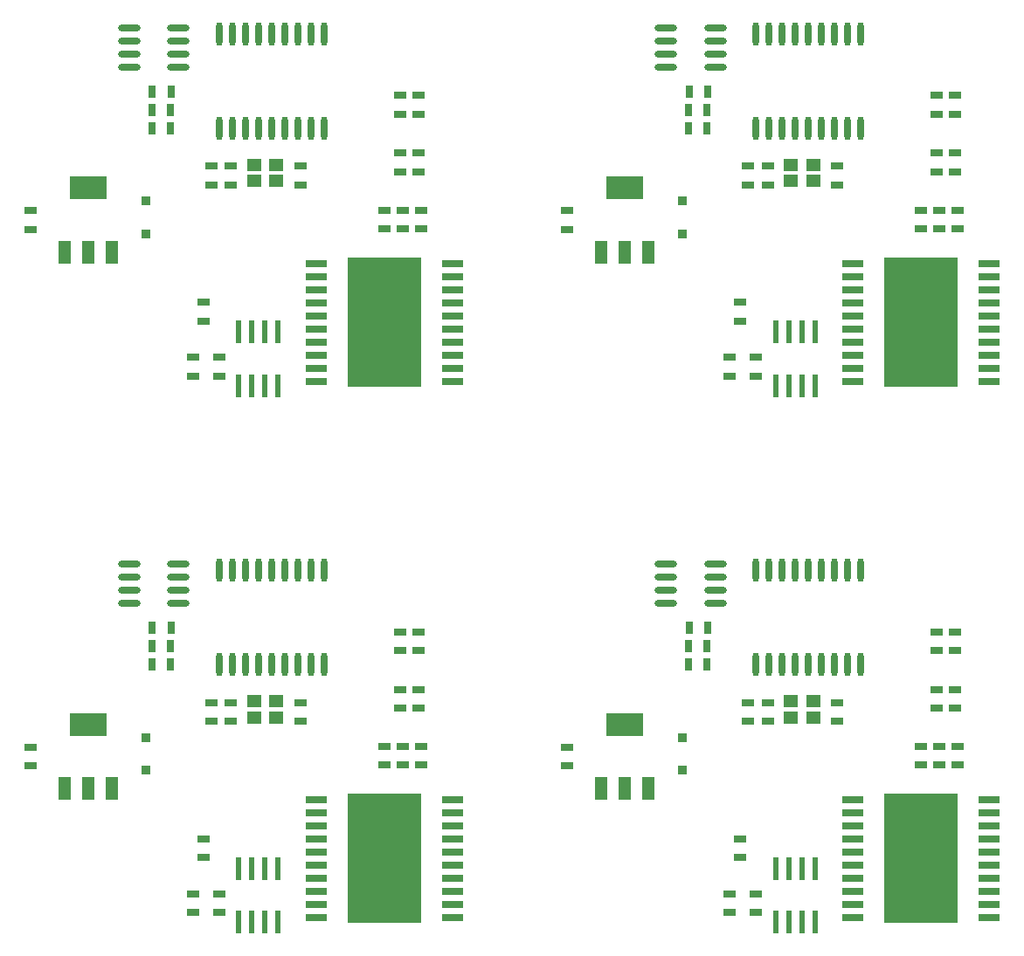
<source format=gbp>
G04 Layer_Color=128*
%FSLAX25Y25*%
%MOIN*%
G70*
G01*
G75*
%ADD11R,0.04724X0.03150*%
%ADD12R,0.03740X0.03543*%
%ADD23R,0.05512X0.04724*%
%ADD31R,0.03150X0.04724*%
%ADD51O,0.02362X0.09055*%
%ADD52O,0.08661X0.02362*%
%ADD53R,0.04800X0.08800*%
%ADD54R,0.14173X0.08661*%
%ADD55R,0.28346X0.49606*%
%ADD56R,0.07874X0.02756*%
%ADD57R,0.02362X0.08661*%
D11*
X196891Y463758D02*
D03*
Y470844D02*
D03*
X130891Y505844D02*
D03*
Y498758D02*
D03*
X271890Y542758D02*
D03*
Y549844D02*
D03*
X192891Y442758D02*
D03*
Y449844D02*
D03*
X202891Y442758D02*
D03*
Y449844D02*
D03*
X278890Y527844D02*
D03*
Y520758D02*
D03*
X233891Y515758D02*
D03*
Y522844D02*
D03*
X207390D02*
D03*
Y515758D02*
D03*
X199891D02*
D03*
Y522844D02*
D03*
X265891Y499015D02*
D03*
Y506101D02*
D03*
X272890Y499015D02*
D03*
Y506101D02*
D03*
X279890Y499015D02*
D03*
Y506101D02*
D03*
X271890Y527844D02*
D03*
Y520758D02*
D03*
X278890Y549844D02*
D03*
Y542758D02*
D03*
X401615Y463758D02*
D03*
Y470844D02*
D03*
X335615Y505844D02*
D03*
Y498758D02*
D03*
X476615Y542758D02*
D03*
Y549844D02*
D03*
X397615Y442758D02*
D03*
Y449844D02*
D03*
X407615Y442758D02*
D03*
Y449844D02*
D03*
X483615Y527844D02*
D03*
Y520758D02*
D03*
X438615Y515758D02*
D03*
Y522844D02*
D03*
X412115D02*
D03*
Y515758D02*
D03*
X404615D02*
D03*
Y522844D02*
D03*
X470615Y499015D02*
D03*
Y506101D02*
D03*
X477615Y499015D02*
D03*
Y506101D02*
D03*
X484615Y499015D02*
D03*
Y506101D02*
D03*
X476615Y527844D02*
D03*
Y520758D02*
D03*
X483615Y549844D02*
D03*
Y542758D02*
D03*
X196891Y668482D02*
D03*
Y675568D02*
D03*
X130891Y710568D02*
D03*
Y703482D02*
D03*
X271890Y747482D02*
D03*
Y754568D02*
D03*
X192891Y647482D02*
D03*
Y654568D02*
D03*
X202891Y647482D02*
D03*
Y654568D02*
D03*
X278890Y732568D02*
D03*
Y725482D02*
D03*
X233891Y720482D02*
D03*
Y727568D02*
D03*
X207390D02*
D03*
Y720482D02*
D03*
X199891D02*
D03*
Y727568D02*
D03*
X265891Y703739D02*
D03*
Y710825D02*
D03*
X272890Y703739D02*
D03*
Y710825D02*
D03*
X279890Y703739D02*
D03*
Y710825D02*
D03*
X271890Y732568D02*
D03*
Y725482D02*
D03*
X278890Y754568D02*
D03*
Y747482D02*
D03*
X401615Y668482D02*
D03*
Y675568D02*
D03*
X335615Y710568D02*
D03*
Y703482D02*
D03*
X476615Y747482D02*
D03*
Y754568D02*
D03*
X397615Y647482D02*
D03*
Y654568D02*
D03*
X407615Y647482D02*
D03*
Y654568D02*
D03*
X483615Y732568D02*
D03*
Y725482D02*
D03*
X438615Y720482D02*
D03*
Y727568D02*
D03*
X412115D02*
D03*
Y720482D02*
D03*
X404615D02*
D03*
Y727568D02*
D03*
X470615Y703739D02*
D03*
Y710825D02*
D03*
X477615Y703739D02*
D03*
Y710825D02*
D03*
X484615Y703739D02*
D03*
Y710825D02*
D03*
X476615Y732568D02*
D03*
Y725482D02*
D03*
X483615Y754568D02*
D03*
Y747482D02*
D03*
D12*
X174891Y509502D02*
D03*
Y497100D02*
D03*
X379615Y509502D02*
D03*
Y497100D02*
D03*
X174891Y714226D02*
D03*
Y701824D02*
D03*
X379615Y714226D02*
D03*
Y701824D02*
D03*
D23*
X224721Y517151D02*
D03*
Y523450D02*
D03*
X216060Y517151D02*
D03*
Y523450D02*
D03*
X429446Y517151D02*
D03*
Y523450D02*
D03*
X420784Y517151D02*
D03*
Y523450D02*
D03*
X224721Y721876D02*
D03*
Y728175D02*
D03*
X216060Y721876D02*
D03*
Y728175D02*
D03*
X429446Y721876D02*
D03*
Y728175D02*
D03*
X420784Y721876D02*
D03*
Y728175D02*
D03*
D31*
X177348Y551301D02*
D03*
X184433D02*
D03*
X177085Y537301D02*
D03*
X184171D02*
D03*
X177085Y544301D02*
D03*
X184171D02*
D03*
X382072Y551301D02*
D03*
X389158D02*
D03*
X381809Y537301D02*
D03*
X388895D02*
D03*
X381809Y544301D02*
D03*
X388895D02*
D03*
X177348Y756025D02*
D03*
X184433D02*
D03*
X177085Y742025D02*
D03*
X184171D02*
D03*
X177085Y749025D02*
D03*
X184171D02*
D03*
X382072Y756025D02*
D03*
X389158D02*
D03*
X381809Y742025D02*
D03*
X388895D02*
D03*
X381809Y749025D02*
D03*
X388895D02*
D03*
D51*
X242891Y537387D02*
D03*
X237891D02*
D03*
X232891D02*
D03*
X227890D02*
D03*
X222890D02*
D03*
X217891D02*
D03*
X212891D02*
D03*
X207891D02*
D03*
X202891D02*
D03*
X242891Y573214D02*
D03*
X237891D02*
D03*
X232891D02*
D03*
X227890D02*
D03*
X222890D02*
D03*
X217891D02*
D03*
X212891D02*
D03*
X207891D02*
D03*
X202891D02*
D03*
X447615Y537387D02*
D03*
X442615D02*
D03*
X437615D02*
D03*
X432615D02*
D03*
X427615D02*
D03*
X422615D02*
D03*
X417615D02*
D03*
X412615D02*
D03*
X407615D02*
D03*
X447615Y573214D02*
D03*
X442615D02*
D03*
X437615D02*
D03*
X432615D02*
D03*
X427615D02*
D03*
X422615D02*
D03*
X417615D02*
D03*
X412615D02*
D03*
X407615D02*
D03*
X242891Y742112D02*
D03*
X237891D02*
D03*
X232891D02*
D03*
X227890D02*
D03*
X222890D02*
D03*
X217891D02*
D03*
X212891D02*
D03*
X207891D02*
D03*
X202891D02*
D03*
X242891Y777939D02*
D03*
X237891D02*
D03*
X232891D02*
D03*
X227890D02*
D03*
X222890D02*
D03*
X217891D02*
D03*
X212891D02*
D03*
X207891D02*
D03*
X202891D02*
D03*
X447615Y742112D02*
D03*
X442615D02*
D03*
X437615D02*
D03*
X432615D02*
D03*
X427615D02*
D03*
X422615D02*
D03*
X417615D02*
D03*
X412615D02*
D03*
X407615D02*
D03*
X447615Y777939D02*
D03*
X442615D02*
D03*
X437615D02*
D03*
X432615D02*
D03*
X427615D02*
D03*
X422615D02*
D03*
X417615D02*
D03*
X412615D02*
D03*
X407615D02*
D03*
D52*
X187339Y575801D02*
D03*
Y570801D02*
D03*
Y565801D02*
D03*
Y560801D02*
D03*
X168442Y575801D02*
D03*
Y570801D02*
D03*
Y565801D02*
D03*
Y560801D02*
D03*
X392064Y575801D02*
D03*
Y570801D02*
D03*
Y565801D02*
D03*
Y560801D02*
D03*
X373166Y575801D02*
D03*
Y570801D02*
D03*
Y565801D02*
D03*
Y560801D02*
D03*
X187339Y780525D02*
D03*
Y775525D02*
D03*
Y770525D02*
D03*
Y765525D02*
D03*
X168442Y780525D02*
D03*
Y775525D02*
D03*
Y770525D02*
D03*
Y765525D02*
D03*
X392064Y780525D02*
D03*
Y775525D02*
D03*
Y770525D02*
D03*
Y765525D02*
D03*
X373166Y780525D02*
D03*
Y775525D02*
D03*
Y770525D02*
D03*
Y765525D02*
D03*
D53*
X161991Y490101D02*
D03*
X152891D02*
D03*
X143791D02*
D03*
X366715D02*
D03*
X357615D02*
D03*
X348515D02*
D03*
X161991Y694825D02*
D03*
X152891D02*
D03*
X143791D02*
D03*
X366715D02*
D03*
X357615D02*
D03*
X348515D02*
D03*
D54*
X152891Y514502D02*
D03*
X357615D02*
D03*
X152891Y719226D02*
D03*
X357615D02*
D03*
D55*
X265891Y463301D02*
D03*
X470615D02*
D03*
X265891Y668025D02*
D03*
X470615D02*
D03*
D56*
X239906Y485801D02*
D03*
Y480801D02*
D03*
Y475801D02*
D03*
Y470801D02*
D03*
Y465801D02*
D03*
Y460801D02*
D03*
Y455801D02*
D03*
Y450801D02*
D03*
Y445801D02*
D03*
Y440801D02*
D03*
X291875D02*
D03*
Y445801D02*
D03*
Y450801D02*
D03*
Y455801D02*
D03*
Y460801D02*
D03*
Y465801D02*
D03*
Y470801D02*
D03*
Y475801D02*
D03*
Y480801D02*
D03*
Y485801D02*
D03*
X444631D02*
D03*
Y480801D02*
D03*
Y475801D02*
D03*
Y470801D02*
D03*
Y465801D02*
D03*
Y460801D02*
D03*
Y455801D02*
D03*
Y450801D02*
D03*
Y445801D02*
D03*
Y440801D02*
D03*
X496599D02*
D03*
Y445801D02*
D03*
Y450801D02*
D03*
Y455801D02*
D03*
Y460801D02*
D03*
Y465801D02*
D03*
Y470801D02*
D03*
Y475801D02*
D03*
Y480801D02*
D03*
Y485801D02*
D03*
X239906Y690525D02*
D03*
Y685525D02*
D03*
Y680525D02*
D03*
Y675525D02*
D03*
Y670525D02*
D03*
Y665525D02*
D03*
Y660525D02*
D03*
Y655525D02*
D03*
Y650525D02*
D03*
Y645525D02*
D03*
X291875D02*
D03*
Y650525D02*
D03*
Y655525D02*
D03*
Y660525D02*
D03*
Y665525D02*
D03*
Y670525D02*
D03*
Y675525D02*
D03*
Y680525D02*
D03*
Y685525D02*
D03*
Y690525D02*
D03*
X444631D02*
D03*
Y685525D02*
D03*
Y680525D02*
D03*
Y675525D02*
D03*
Y670525D02*
D03*
Y665525D02*
D03*
Y660525D02*
D03*
Y655525D02*
D03*
Y650525D02*
D03*
Y645525D02*
D03*
X496599D02*
D03*
Y650525D02*
D03*
Y655525D02*
D03*
Y660525D02*
D03*
Y665525D02*
D03*
Y670525D02*
D03*
Y675525D02*
D03*
Y680525D02*
D03*
Y685525D02*
D03*
Y690525D02*
D03*
D57*
X225391Y439065D02*
D03*
X220391D02*
D03*
X210390D02*
D03*
X225391Y459537D02*
D03*
X220391D02*
D03*
X210390D02*
D03*
X215390Y439065D02*
D03*
Y459537D02*
D03*
X430115Y439065D02*
D03*
X425115D02*
D03*
X415115D02*
D03*
X430115Y459537D02*
D03*
X425115D02*
D03*
X415115D02*
D03*
X420115Y439065D02*
D03*
Y459537D02*
D03*
X225391Y643789D02*
D03*
X220391D02*
D03*
X210390D02*
D03*
X225391Y664261D02*
D03*
X220391D02*
D03*
X210390D02*
D03*
X215390Y643789D02*
D03*
Y664261D02*
D03*
X430115Y643789D02*
D03*
X425115D02*
D03*
X415115D02*
D03*
X430115Y664261D02*
D03*
X425115D02*
D03*
X415115D02*
D03*
X420115Y643789D02*
D03*
Y664261D02*
D03*
M02*

</source>
